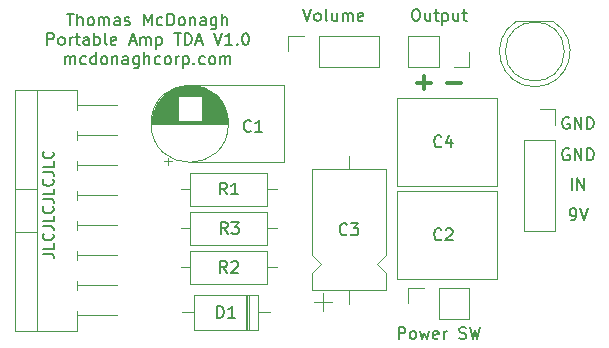
<source format=gbr>
G04 #@! TF.GenerationSoftware,KiCad,Pcbnew,(5.1.7)-1*
G04 #@! TF.CreationDate,2021-05-15T19:47:12-05:00*
G04 #@! TF.ProjectId,PortableAmpTDA,506f7274-6162-46c6-9541-6d705444412e,rev?*
G04 #@! TF.SameCoordinates,Original*
G04 #@! TF.FileFunction,Legend,Top*
G04 #@! TF.FilePolarity,Positive*
%FSLAX46Y46*%
G04 Gerber Fmt 4.6, Leading zero omitted, Abs format (unit mm)*
G04 Created by KiCad (PCBNEW (5.1.7)-1) date 2021-05-15 19:47:12*
%MOMM*%
%LPD*%
G01*
G04 APERTURE LIST*
%ADD10C,0.150000*%
%ADD11C,0.300000*%
%ADD12C,0.120000*%
G04 APERTURE END LIST*
D10*
X122951142Y-79087142D02*
X123594000Y-79087142D01*
X123722571Y-79130000D01*
X123808285Y-79215714D01*
X123851142Y-79344285D01*
X123851142Y-79430000D01*
X123851142Y-78230000D02*
X123851142Y-78658571D01*
X122951142Y-78658571D01*
X123765428Y-77415714D02*
X123808285Y-77458571D01*
X123851142Y-77587142D01*
X123851142Y-77672857D01*
X123808285Y-77801428D01*
X123722571Y-77887142D01*
X123636857Y-77930000D01*
X123465428Y-77972857D01*
X123336857Y-77972857D01*
X123165428Y-77930000D01*
X123079714Y-77887142D01*
X122994000Y-77801428D01*
X122951142Y-77672857D01*
X122951142Y-77587142D01*
X122994000Y-77458571D01*
X123036857Y-77415714D01*
X122951142Y-76772857D02*
X123594000Y-76772857D01*
X123722571Y-76815714D01*
X123808285Y-76901428D01*
X123851142Y-77030000D01*
X123851142Y-77115714D01*
X123851142Y-75915714D02*
X123851142Y-76344285D01*
X122951142Y-76344285D01*
X123765428Y-75101428D02*
X123808285Y-75144285D01*
X123851142Y-75272857D01*
X123851142Y-75358571D01*
X123808285Y-75487142D01*
X123722571Y-75572857D01*
X123636857Y-75615714D01*
X123465428Y-75658571D01*
X123336857Y-75658571D01*
X123165428Y-75615714D01*
X123079714Y-75572857D01*
X122994000Y-75487142D01*
X122951142Y-75358571D01*
X122951142Y-75272857D01*
X122994000Y-75144285D01*
X123036857Y-75101428D01*
X122951142Y-74458571D02*
X123594000Y-74458571D01*
X123722571Y-74501428D01*
X123808285Y-74587142D01*
X123851142Y-74715714D01*
X123851142Y-74801428D01*
X123851142Y-73601428D02*
X123851142Y-74030000D01*
X122951142Y-74030000D01*
X123765428Y-72787142D02*
X123808285Y-72830000D01*
X123851142Y-72958571D01*
X123851142Y-73044285D01*
X123808285Y-73172857D01*
X123722571Y-73258571D01*
X123636857Y-73301428D01*
X123465428Y-73344285D01*
X123336857Y-73344285D01*
X123165428Y-73301428D01*
X123079714Y-73258571D01*
X122994000Y-73172857D01*
X122951142Y-73044285D01*
X122951142Y-72958571D01*
X122994000Y-72830000D01*
X123036857Y-72787142D01*
X122951142Y-72144285D02*
X123594000Y-72144285D01*
X123722571Y-72187142D01*
X123808285Y-72272857D01*
X123851142Y-72401428D01*
X123851142Y-72487142D01*
X123851142Y-71287142D02*
X123851142Y-71715714D01*
X122951142Y-71715714D01*
X123765428Y-70472857D02*
X123808285Y-70515714D01*
X123851142Y-70644285D01*
X123851142Y-70730000D01*
X123808285Y-70858571D01*
X123722571Y-70944285D01*
X123636857Y-70987142D01*
X123465428Y-71030000D01*
X123336857Y-71030000D01*
X123165428Y-70987142D01*
X123079714Y-70944285D01*
X122994000Y-70858571D01*
X122951142Y-70730000D01*
X122951142Y-70644285D01*
X122994000Y-70515714D01*
X123036857Y-70472857D01*
X124968857Y-58762380D02*
X125540285Y-58762380D01*
X125254571Y-59762380D02*
X125254571Y-58762380D01*
X125873619Y-59762380D02*
X125873619Y-58762380D01*
X126302190Y-59762380D02*
X126302190Y-59238571D01*
X126254571Y-59143333D01*
X126159333Y-59095714D01*
X126016476Y-59095714D01*
X125921238Y-59143333D01*
X125873619Y-59190952D01*
X126921238Y-59762380D02*
X126826000Y-59714761D01*
X126778380Y-59667142D01*
X126730761Y-59571904D01*
X126730761Y-59286190D01*
X126778380Y-59190952D01*
X126826000Y-59143333D01*
X126921238Y-59095714D01*
X127064095Y-59095714D01*
X127159333Y-59143333D01*
X127206952Y-59190952D01*
X127254571Y-59286190D01*
X127254571Y-59571904D01*
X127206952Y-59667142D01*
X127159333Y-59714761D01*
X127064095Y-59762380D01*
X126921238Y-59762380D01*
X127683142Y-59762380D02*
X127683142Y-59095714D01*
X127683142Y-59190952D02*
X127730761Y-59143333D01*
X127826000Y-59095714D01*
X127968857Y-59095714D01*
X128064095Y-59143333D01*
X128111714Y-59238571D01*
X128111714Y-59762380D01*
X128111714Y-59238571D02*
X128159333Y-59143333D01*
X128254571Y-59095714D01*
X128397428Y-59095714D01*
X128492666Y-59143333D01*
X128540285Y-59238571D01*
X128540285Y-59762380D01*
X129445047Y-59762380D02*
X129445047Y-59238571D01*
X129397428Y-59143333D01*
X129302190Y-59095714D01*
X129111714Y-59095714D01*
X129016476Y-59143333D01*
X129445047Y-59714761D02*
X129349809Y-59762380D01*
X129111714Y-59762380D01*
X129016476Y-59714761D01*
X128968857Y-59619523D01*
X128968857Y-59524285D01*
X129016476Y-59429047D01*
X129111714Y-59381428D01*
X129349809Y-59381428D01*
X129445047Y-59333809D01*
X129873619Y-59714761D02*
X129968857Y-59762380D01*
X130159333Y-59762380D01*
X130254571Y-59714761D01*
X130302190Y-59619523D01*
X130302190Y-59571904D01*
X130254571Y-59476666D01*
X130159333Y-59429047D01*
X130016476Y-59429047D01*
X129921238Y-59381428D01*
X129873619Y-59286190D01*
X129873619Y-59238571D01*
X129921238Y-59143333D01*
X130016476Y-59095714D01*
X130159333Y-59095714D01*
X130254571Y-59143333D01*
X131492666Y-59762380D02*
X131492666Y-58762380D01*
X131826000Y-59476666D01*
X132159333Y-58762380D01*
X132159333Y-59762380D01*
X133064095Y-59714761D02*
X132968857Y-59762380D01*
X132778380Y-59762380D01*
X132683142Y-59714761D01*
X132635523Y-59667142D01*
X132587904Y-59571904D01*
X132587904Y-59286190D01*
X132635523Y-59190952D01*
X132683142Y-59143333D01*
X132778380Y-59095714D01*
X132968857Y-59095714D01*
X133064095Y-59143333D01*
X133492666Y-59762380D02*
X133492666Y-58762380D01*
X133730761Y-58762380D01*
X133873619Y-58810000D01*
X133968857Y-58905238D01*
X134016476Y-59000476D01*
X134064095Y-59190952D01*
X134064095Y-59333809D01*
X134016476Y-59524285D01*
X133968857Y-59619523D01*
X133873619Y-59714761D01*
X133730761Y-59762380D01*
X133492666Y-59762380D01*
X134635523Y-59762380D02*
X134540285Y-59714761D01*
X134492666Y-59667142D01*
X134445047Y-59571904D01*
X134445047Y-59286190D01*
X134492666Y-59190952D01*
X134540285Y-59143333D01*
X134635523Y-59095714D01*
X134778380Y-59095714D01*
X134873619Y-59143333D01*
X134921238Y-59190952D01*
X134968857Y-59286190D01*
X134968857Y-59571904D01*
X134921238Y-59667142D01*
X134873619Y-59714761D01*
X134778380Y-59762380D01*
X134635523Y-59762380D01*
X135397428Y-59095714D02*
X135397428Y-59762380D01*
X135397428Y-59190952D02*
X135445047Y-59143333D01*
X135540285Y-59095714D01*
X135683142Y-59095714D01*
X135778380Y-59143333D01*
X135826000Y-59238571D01*
X135826000Y-59762380D01*
X136730761Y-59762380D02*
X136730761Y-59238571D01*
X136683142Y-59143333D01*
X136587904Y-59095714D01*
X136397428Y-59095714D01*
X136302190Y-59143333D01*
X136730761Y-59714761D02*
X136635523Y-59762380D01*
X136397428Y-59762380D01*
X136302190Y-59714761D01*
X136254571Y-59619523D01*
X136254571Y-59524285D01*
X136302190Y-59429047D01*
X136397428Y-59381428D01*
X136635523Y-59381428D01*
X136730761Y-59333809D01*
X137635523Y-59095714D02*
X137635523Y-59905238D01*
X137587904Y-60000476D01*
X137540285Y-60048095D01*
X137445047Y-60095714D01*
X137302190Y-60095714D01*
X137206952Y-60048095D01*
X137635523Y-59714761D02*
X137540285Y-59762380D01*
X137349809Y-59762380D01*
X137254571Y-59714761D01*
X137206952Y-59667142D01*
X137159333Y-59571904D01*
X137159333Y-59286190D01*
X137206952Y-59190952D01*
X137254571Y-59143333D01*
X137349809Y-59095714D01*
X137540285Y-59095714D01*
X137635523Y-59143333D01*
X138111714Y-59762380D02*
X138111714Y-58762380D01*
X138540285Y-59762380D02*
X138540285Y-59238571D01*
X138492666Y-59143333D01*
X138397428Y-59095714D01*
X138254571Y-59095714D01*
X138159333Y-59143333D01*
X138111714Y-59190952D01*
X123302190Y-61412380D02*
X123302190Y-60412380D01*
X123683142Y-60412380D01*
X123778380Y-60460000D01*
X123826000Y-60507619D01*
X123873619Y-60602857D01*
X123873619Y-60745714D01*
X123826000Y-60840952D01*
X123778380Y-60888571D01*
X123683142Y-60936190D01*
X123302190Y-60936190D01*
X124445047Y-61412380D02*
X124349809Y-61364761D01*
X124302190Y-61317142D01*
X124254571Y-61221904D01*
X124254571Y-60936190D01*
X124302190Y-60840952D01*
X124349809Y-60793333D01*
X124445047Y-60745714D01*
X124587904Y-60745714D01*
X124683142Y-60793333D01*
X124730761Y-60840952D01*
X124778380Y-60936190D01*
X124778380Y-61221904D01*
X124730761Y-61317142D01*
X124683142Y-61364761D01*
X124587904Y-61412380D01*
X124445047Y-61412380D01*
X125206952Y-61412380D02*
X125206952Y-60745714D01*
X125206952Y-60936190D02*
X125254571Y-60840952D01*
X125302190Y-60793333D01*
X125397428Y-60745714D01*
X125492666Y-60745714D01*
X125683142Y-60745714D02*
X126064095Y-60745714D01*
X125826000Y-60412380D02*
X125826000Y-61269523D01*
X125873619Y-61364761D01*
X125968857Y-61412380D01*
X126064095Y-61412380D01*
X126826000Y-61412380D02*
X126826000Y-60888571D01*
X126778380Y-60793333D01*
X126683142Y-60745714D01*
X126492666Y-60745714D01*
X126397428Y-60793333D01*
X126826000Y-61364761D02*
X126730761Y-61412380D01*
X126492666Y-61412380D01*
X126397428Y-61364761D01*
X126349809Y-61269523D01*
X126349809Y-61174285D01*
X126397428Y-61079047D01*
X126492666Y-61031428D01*
X126730761Y-61031428D01*
X126826000Y-60983809D01*
X127302190Y-61412380D02*
X127302190Y-60412380D01*
X127302190Y-60793333D02*
X127397428Y-60745714D01*
X127587904Y-60745714D01*
X127683142Y-60793333D01*
X127730761Y-60840952D01*
X127778380Y-60936190D01*
X127778380Y-61221904D01*
X127730761Y-61317142D01*
X127683142Y-61364761D01*
X127587904Y-61412380D01*
X127397428Y-61412380D01*
X127302190Y-61364761D01*
X128349809Y-61412380D02*
X128254571Y-61364761D01*
X128206952Y-61269523D01*
X128206952Y-60412380D01*
X129111714Y-61364761D02*
X129016476Y-61412380D01*
X128826000Y-61412380D01*
X128730761Y-61364761D01*
X128683142Y-61269523D01*
X128683142Y-60888571D01*
X128730761Y-60793333D01*
X128826000Y-60745714D01*
X129016476Y-60745714D01*
X129111714Y-60793333D01*
X129159333Y-60888571D01*
X129159333Y-60983809D01*
X128683142Y-61079047D01*
X130302190Y-61126666D02*
X130778380Y-61126666D01*
X130206952Y-61412380D02*
X130540285Y-60412380D01*
X130873619Y-61412380D01*
X131206952Y-61412380D02*
X131206952Y-60745714D01*
X131206952Y-60840952D02*
X131254571Y-60793333D01*
X131349809Y-60745714D01*
X131492666Y-60745714D01*
X131587904Y-60793333D01*
X131635523Y-60888571D01*
X131635523Y-61412380D01*
X131635523Y-60888571D02*
X131683142Y-60793333D01*
X131778380Y-60745714D01*
X131921238Y-60745714D01*
X132016476Y-60793333D01*
X132064095Y-60888571D01*
X132064095Y-61412380D01*
X132540285Y-60745714D02*
X132540285Y-61745714D01*
X132540285Y-60793333D02*
X132635523Y-60745714D01*
X132826000Y-60745714D01*
X132921238Y-60793333D01*
X132968857Y-60840952D01*
X133016476Y-60936190D01*
X133016476Y-61221904D01*
X132968857Y-61317142D01*
X132921238Y-61364761D01*
X132826000Y-61412380D01*
X132635523Y-61412380D01*
X132540285Y-61364761D01*
X134064095Y-60412380D02*
X134635523Y-60412380D01*
X134349809Y-61412380D02*
X134349809Y-60412380D01*
X134968857Y-61412380D02*
X134968857Y-60412380D01*
X135206952Y-60412380D01*
X135349809Y-60460000D01*
X135445047Y-60555238D01*
X135492666Y-60650476D01*
X135540285Y-60840952D01*
X135540285Y-60983809D01*
X135492666Y-61174285D01*
X135445047Y-61269523D01*
X135349809Y-61364761D01*
X135206952Y-61412380D01*
X134968857Y-61412380D01*
X135921238Y-61126666D02*
X136397428Y-61126666D01*
X135826000Y-61412380D02*
X136159333Y-60412380D01*
X136492666Y-61412380D01*
X137445047Y-60412380D02*
X137778380Y-61412380D01*
X138111714Y-60412380D01*
X138968857Y-61412380D02*
X138397428Y-61412380D01*
X138683142Y-61412380D02*
X138683142Y-60412380D01*
X138587904Y-60555238D01*
X138492666Y-60650476D01*
X138397428Y-60698095D01*
X139397428Y-61317142D02*
X139445047Y-61364761D01*
X139397428Y-61412380D01*
X139349809Y-61364761D01*
X139397428Y-61317142D01*
X139397428Y-61412380D01*
X140064095Y-60412380D02*
X140159333Y-60412380D01*
X140254571Y-60460000D01*
X140302190Y-60507619D01*
X140349809Y-60602857D01*
X140397428Y-60793333D01*
X140397428Y-61031428D01*
X140349809Y-61221904D01*
X140302190Y-61317142D01*
X140254571Y-61364761D01*
X140159333Y-61412380D01*
X140064095Y-61412380D01*
X139968857Y-61364761D01*
X139921238Y-61317142D01*
X139873619Y-61221904D01*
X139826000Y-61031428D01*
X139826000Y-60793333D01*
X139873619Y-60602857D01*
X139921238Y-60507619D01*
X139968857Y-60460000D01*
X140064095Y-60412380D01*
X124826000Y-63062380D02*
X124826000Y-62395714D01*
X124826000Y-62490952D02*
X124873619Y-62443333D01*
X124968857Y-62395714D01*
X125111714Y-62395714D01*
X125206952Y-62443333D01*
X125254571Y-62538571D01*
X125254571Y-63062380D01*
X125254571Y-62538571D02*
X125302190Y-62443333D01*
X125397428Y-62395714D01*
X125540285Y-62395714D01*
X125635523Y-62443333D01*
X125683142Y-62538571D01*
X125683142Y-63062380D01*
X126587904Y-63014761D02*
X126492666Y-63062380D01*
X126302190Y-63062380D01*
X126206952Y-63014761D01*
X126159333Y-62967142D01*
X126111714Y-62871904D01*
X126111714Y-62586190D01*
X126159333Y-62490952D01*
X126206952Y-62443333D01*
X126302190Y-62395714D01*
X126492666Y-62395714D01*
X126587904Y-62443333D01*
X127445047Y-63062380D02*
X127445047Y-62062380D01*
X127445047Y-63014761D02*
X127349809Y-63062380D01*
X127159333Y-63062380D01*
X127064095Y-63014761D01*
X127016476Y-62967142D01*
X126968857Y-62871904D01*
X126968857Y-62586190D01*
X127016476Y-62490952D01*
X127064095Y-62443333D01*
X127159333Y-62395714D01*
X127349809Y-62395714D01*
X127445047Y-62443333D01*
X128064095Y-63062380D02*
X127968857Y-63014761D01*
X127921238Y-62967142D01*
X127873619Y-62871904D01*
X127873619Y-62586190D01*
X127921238Y-62490952D01*
X127968857Y-62443333D01*
X128064095Y-62395714D01*
X128206952Y-62395714D01*
X128302190Y-62443333D01*
X128349809Y-62490952D01*
X128397428Y-62586190D01*
X128397428Y-62871904D01*
X128349809Y-62967142D01*
X128302190Y-63014761D01*
X128206952Y-63062380D01*
X128064095Y-63062380D01*
X128826000Y-62395714D02*
X128826000Y-63062380D01*
X128826000Y-62490952D02*
X128873619Y-62443333D01*
X128968857Y-62395714D01*
X129111714Y-62395714D01*
X129206952Y-62443333D01*
X129254571Y-62538571D01*
X129254571Y-63062380D01*
X130159333Y-63062380D02*
X130159333Y-62538571D01*
X130111714Y-62443333D01*
X130016476Y-62395714D01*
X129826000Y-62395714D01*
X129730761Y-62443333D01*
X130159333Y-63014761D02*
X130064095Y-63062380D01*
X129826000Y-63062380D01*
X129730761Y-63014761D01*
X129683142Y-62919523D01*
X129683142Y-62824285D01*
X129730761Y-62729047D01*
X129826000Y-62681428D01*
X130064095Y-62681428D01*
X130159333Y-62633809D01*
X131064095Y-62395714D02*
X131064095Y-63205238D01*
X131016476Y-63300476D01*
X130968857Y-63348095D01*
X130873619Y-63395714D01*
X130730761Y-63395714D01*
X130635523Y-63348095D01*
X131064095Y-63014761D02*
X130968857Y-63062380D01*
X130778380Y-63062380D01*
X130683142Y-63014761D01*
X130635523Y-62967142D01*
X130587904Y-62871904D01*
X130587904Y-62586190D01*
X130635523Y-62490952D01*
X130683142Y-62443333D01*
X130778380Y-62395714D01*
X130968857Y-62395714D01*
X131064095Y-62443333D01*
X131540285Y-63062380D02*
X131540285Y-62062380D01*
X131968857Y-63062380D02*
X131968857Y-62538571D01*
X131921238Y-62443333D01*
X131826000Y-62395714D01*
X131683142Y-62395714D01*
X131587904Y-62443333D01*
X131540285Y-62490952D01*
X132873619Y-63014761D02*
X132778380Y-63062380D01*
X132587904Y-63062380D01*
X132492666Y-63014761D01*
X132445047Y-62967142D01*
X132397428Y-62871904D01*
X132397428Y-62586190D01*
X132445047Y-62490952D01*
X132492666Y-62443333D01*
X132587904Y-62395714D01*
X132778380Y-62395714D01*
X132873619Y-62443333D01*
X133445047Y-63062380D02*
X133349809Y-63014761D01*
X133302190Y-62967142D01*
X133254571Y-62871904D01*
X133254571Y-62586190D01*
X133302190Y-62490952D01*
X133349809Y-62443333D01*
X133445047Y-62395714D01*
X133587904Y-62395714D01*
X133683142Y-62443333D01*
X133730761Y-62490952D01*
X133778380Y-62586190D01*
X133778380Y-62871904D01*
X133730761Y-62967142D01*
X133683142Y-63014761D01*
X133587904Y-63062380D01*
X133445047Y-63062380D01*
X134206952Y-63062380D02*
X134206952Y-62395714D01*
X134206952Y-62586190D02*
X134254571Y-62490952D01*
X134302190Y-62443333D01*
X134397428Y-62395714D01*
X134492666Y-62395714D01*
X134826000Y-62395714D02*
X134826000Y-63395714D01*
X134826000Y-62443333D02*
X134921238Y-62395714D01*
X135111714Y-62395714D01*
X135206952Y-62443333D01*
X135254571Y-62490952D01*
X135302190Y-62586190D01*
X135302190Y-62871904D01*
X135254571Y-62967142D01*
X135206952Y-63014761D01*
X135111714Y-63062380D01*
X134921238Y-63062380D01*
X134826000Y-63014761D01*
X135730761Y-62967142D02*
X135778380Y-63014761D01*
X135730761Y-63062380D01*
X135683142Y-63014761D01*
X135730761Y-62967142D01*
X135730761Y-63062380D01*
X136635523Y-63014761D02*
X136540285Y-63062380D01*
X136349809Y-63062380D01*
X136254571Y-63014761D01*
X136206952Y-62967142D01*
X136159333Y-62871904D01*
X136159333Y-62586190D01*
X136206952Y-62490952D01*
X136254571Y-62443333D01*
X136349809Y-62395714D01*
X136540285Y-62395714D01*
X136635523Y-62443333D01*
X137206952Y-63062380D02*
X137111714Y-63014761D01*
X137064095Y-62967142D01*
X137016476Y-62871904D01*
X137016476Y-62586190D01*
X137064095Y-62490952D01*
X137111714Y-62443333D01*
X137206952Y-62395714D01*
X137349809Y-62395714D01*
X137445047Y-62443333D01*
X137492666Y-62490952D01*
X137540285Y-62586190D01*
X137540285Y-62871904D01*
X137492666Y-62967142D01*
X137445047Y-63014761D01*
X137349809Y-63062380D01*
X137206952Y-63062380D01*
X137968857Y-63062380D02*
X137968857Y-62395714D01*
X137968857Y-62490952D02*
X138016476Y-62443333D01*
X138111714Y-62395714D01*
X138254571Y-62395714D01*
X138349809Y-62443333D01*
X138397428Y-62538571D01*
X138397428Y-63062380D01*
X138397428Y-62538571D02*
X138445047Y-62443333D01*
X138540285Y-62395714D01*
X138683142Y-62395714D01*
X138778380Y-62443333D01*
X138826000Y-62538571D01*
X138826000Y-63062380D01*
X167630952Y-76262380D02*
X167821428Y-76262380D01*
X167916666Y-76214761D01*
X167964285Y-76167142D01*
X168059523Y-76024285D01*
X168107142Y-75833809D01*
X168107142Y-75452857D01*
X168059523Y-75357619D01*
X168011904Y-75310000D01*
X167916666Y-75262380D01*
X167726190Y-75262380D01*
X167630952Y-75310000D01*
X167583333Y-75357619D01*
X167535714Y-75452857D01*
X167535714Y-75690952D01*
X167583333Y-75786190D01*
X167630952Y-75833809D01*
X167726190Y-75881428D01*
X167916666Y-75881428D01*
X168011904Y-75833809D01*
X168059523Y-75786190D01*
X168107142Y-75690952D01*
X168392857Y-75262380D02*
X168726190Y-76262380D01*
X169059523Y-75262380D01*
X167726190Y-73722380D02*
X167726190Y-72722380D01*
X168202380Y-73722380D02*
X168202380Y-72722380D01*
X168773809Y-73722380D01*
X168773809Y-72722380D01*
X167488095Y-70230000D02*
X167392857Y-70182380D01*
X167250000Y-70182380D01*
X167107142Y-70230000D01*
X167011904Y-70325238D01*
X166964285Y-70420476D01*
X166916666Y-70610952D01*
X166916666Y-70753809D01*
X166964285Y-70944285D01*
X167011904Y-71039523D01*
X167107142Y-71134761D01*
X167250000Y-71182380D01*
X167345238Y-71182380D01*
X167488095Y-71134761D01*
X167535714Y-71087142D01*
X167535714Y-70753809D01*
X167345238Y-70753809D01*
X167964285Y-71182380D02*
X167964285Y-70182380D01*
X168535714Y-71182380D01*
X168535714Y-70182380D01*
X169011904Y-71182380D02*
X169011904Y-70182380D01*
X169250000Y-70182380D01*
X169392857Y-70230000D01*
X169488095Y-70325238D01*
X169535714Y-70420476D01*
X169583333Y-70610952D01*
X169583333Y-70753809D01*
X169535714Y-70944285D01*
X169488095Y-71039523D01*
X169392857Y-71134761D01*
X169250000Y-71182380D01*
X169011904Y-71182380D01*
X167488095Y-67572000D02*
X167392857Y-67524380D01*
X167250000Y-67524380D01*
X167107142Y-67572000D01*
X167011904Y-67667238D01*
X166964285Y-67762476D01*
X166916666Y-67952952D01*
X166916666Y-68095809D01*
X166964285Y-68286285D01*
X167011904Y-68381523D01*
X167107142Y-68476761D01*
X167250000Y-68524380D01*
X167345238Y-68524380D01*
X167488095Y-68476761D01*
X167535714Y-68429142D01*
X167535714Y-68095809D01*
X167345238Y-68095809D01*
X167964285Y-68524380D02*
X167964285Y-67524380D01*
X168535714Y-68524380D01*
X168535714Y-67524380D01*
X169011904Y-68524380D02*
X169011904Y-67524380D01*
X169250000Y-67524380D01*
X169392857Y-67572000D01*
X169488095Y-67667238D01*
X169535714Y-67762476D01*
X169583333Y-67952952D01*
X169583333Y-68095809D01*
X169535714Y-68286285D01*
X169488095Y-68381523D01*
X169392857Y-68476761D01*
X169250000Y-68524380D01*
X169011904Y-68524380D01*
X153059238Y-86304380D02*
X153059238Y-85304380D01*
X153440190Y-85304380D01*
X153535428Y-85352000D01*
X153583047Y-85399619D01*
X153630666Y-85494857D01*
X153630666Y-85637714D01*
X153583047Y-85732952D01*
X153535428Y-85780571D01*
X153440190Y-85828190D01*
X153059238Y-85828190D01*
X154202095Y-86304380D02*
X154106857Y-86256761D01*
X154059238Y-86209142D01*
X154011619Y-86113904D01*
X154011619Y-85828190D01*
X154059238Y-85732952D01*
X154106857Y-85685333D01*
X154202095Y-85637714D01*
X154344952Y-85637714D01*
X154440190Y-85685333D01*
X154487809Y-85732952D01*
X154535428Y-85828190D01*
X154535428Y-86113904D01*
X154487809Y-86209142D01*
X154440190Y-86256761D01*
X154344952Y-86304380D01*
X154202095Y-86304380D01*
X154868761Y-85637714D02*
X155059238Y-86304380D01*
X155249714Y-85828190D01*
X155440190Y-86304380D01*
X155630666Y-85637714D01*
X156392571Y-86256761D02*
X156297333Y-86304380D01*
X156106857Y-86304380D01*
X156011619Y-86256761D01*
X155964000Y-86161523D01*
X155964000Y-85780571D01*
X156011619Y-85685333D01*
X156106857Y-85637714D01*
X156297333Y-85637714D01*
X156392571Y-85685333D01*
X156440190Y-85780571D01*
X156440190Y-85875809D01*
X155964000Y-85971047D01*
X156868761Y-86304380D02*
X156868761Y-85637714D01*
X156868761Y-85828190D02*
X156916380Y-85732952D01*
X156964000Y-85685333D01*
X157059238Y-85637714D01*
X157154476Y-85637714D01*
X158202095Y-86256761D02*
X158344952Y-86304380D01*
X158583047Y-86304380D01*
X158678285Y-86256761D01*
X158725904Y-86209142D01*
X158773523Y-86113904D01*
X158773523Y-86018666D01*
X158725904Y-85923428D01*
X158678285Y-85875809D01*
X158583047Y-85828190D01*
X158392571Y-85780571D01*
X158297333Y-85732952D01*
X158249714Y-85685333D01*
X158202095Y-85590095D01*
X158202095Y-85494857D01*
X158249714Y-85399619D01*
X158297333Y-85352000D01*
X158392571Y-85304380D01*
X158630666Y-85304380D01*
X158773523Y-85352000D01*
X159106857Y-85304380D02*
X159344952Y-86304380D01*
X159535428Y-85590095D01*
X159725904Y-86304380D01*
X159964000Y-85304380D01*
D11*
X157162571Y-64607142D02*
X158305428Y-64607142D01*
X154622571Y-64607142D02*
X155765428Y-64607142D01*
X155194000Y-65178571D02*
X155194000Y-64035714D01*
D10*
X144978761Y-58380380D02*
X145312095Y-59380380D01*
X145645428Y-58380380D01*
X146121619Y-59380380D02*
X146026380Y-59332761D01*
X145978761Y-59285142D01*
X145931142Y-59189904D01*
X145931142Y-58904190D01*
X145978761Y-58808952D01*
X146026380Y-58761333D01*
X146121619Y-58713714D01*
X146264476Y-58713714D01*
X146359714Y-58761333D01*
X146407333Y-58808952D01*
X146454952Y-58904190D01*
X146454952Y-59189904D01*
X146407333Y-59285142D01*
X146359714Y-59332761D01*
X146264476Y-59380380D01*
X146121619Y-59380380D01*
X147026380Y-59380380D02*
X146931142Y-59332761D01*
X146883523Y-59237523D01*
X146883523Y-58380380D01*
X147835904Y-58713714D02*
X147835904Y-59380380D01*
X147407333Y-58713714D02*
X147407333Y-59237523D01*
X147454952Y-59332761D01*
X147550190Y-59380380D01*
X147693047Y-59380380D01*
X147788285Y-59332761D01*
X147835904Y-59285142D01*
X148312095Y-59380380D02*
X148312095Y-58713714D01*
X148312095Y-58808952D02*
X148359714Y-58761333D01*
X148454952Y-58713714D01*
X148597809Y-58713714D01*
X148693047Y-58761333D01*
X148740666Y-58856571D01*
X148740666Y-59380380D01*
X148740666Y-58856571D02*
X148788285Y-58761333D01*
X148883523Y-58713714D01*
X149026380Y-58713714D01*
X149121619Y-58761333D01*
X149169238Y-58856571D01*
X149169238Y-59380380D01*
X150026380Y-59332761D02*
X149931142Y-59380380D01*
X149740666Y-59380380D01*
X149645428Y-59332761D01*
X149597809Y-59237523D01*
X149597809Y-58856571D01*
X149645428Y-58761333D01*
X149740666Y-58713714D01*
X149931142Y-58713714D01*
X150026380Y-58761333D01*
X150074000Y-58856571D01*
X150074000Y-58951809D01*
X149597809Y-59047047D01*
X154440190Y-58380380D02*
X154630666Y-58380380D01*
X154725904Y-58428000D01*
X154821142Y-58523238D01*
X154868761Y-58713714D01*
X154868761Y-59047047D01*
X154821142Y-59237523D01*
X154725904Y-59332761D01*
X154630666Y-59380380D01*
X154440190Y-59380380D01*
X154344952Y-59332761D01*
X154249714Y-59237523D01*
X154202095Y-59047047D01*
X154202095Y-58713714D01*
X154249714Y-58523238D01*
X154344952Y-58428000D01*
X154440190Y-58380380D01*
X155725904Y-58713714D02*
X155725904Y-59380380D01*
X155297333Y-58713714D02*
X155297333Y-59237523D01*
X155344952Y-59332761D01*
X155440190Y-59380380D01*
X155583047Y-59380380D01*
X155678285Y-59332761D01*
X155725904Y-59285142D01*
X156059238Y-58713714D02*
X156440190Y-58713714D01*
X156202095Y-58380380D02*
X156202095Y-59237523D01*
X156249714Y-59332761D01*
X156344952Y-59380380D01*
X156440190Y-59380380D01*
X156773523Y-58713714D02*
X156773523Y-59713714D01*
X156773523Y-58761333D02*
X156868761Y-58713714D01*
X157059238Y-58713714D01*
X157154476Y-58761333D01*
X157202095Y-58808952D01*
X157249714Y-58904190D01*
X157249714Y-59189904D01*
X157202095Y-59285142D01*
X157154476Y-59332761D01*
X157059238Y-59380380D01*
X156868761Y-59380380D01*
X156773523Y-59332761D01*
X158106857Y-58713714D02*
X158106857Y-59380380D01*
X157678285Y-58713714D02*
X157678285Y-59237523D01*
X157725904Y-59332761D01*
X157821142Y-59380380D01*
X157964000Y-59380380D01*
X158059238Y-59332761D01*
X158106857Y-59285142D01*
X158440190Y-58713714D02*
X158821142Y-58713714D01*
X158583047Y-58380380D02*
X158583047Y-59237523D01*
X158630666Y-59332761D01*
X158725904Y-59380380D01*
X158821142Y-59380380D01*
D12*
G04 #@! TO.C,C1*
X138652000Y-68092000D02*
G75*
G03*
X138652000Y-68092000I-3270000J0D01*
G01*
X132152000Y-68092000D02*
X138612000Y-68092000D01*
X132152000Y-68052000D02*
X138612000Y-68052000D01*
X132152000Y-68012000D02*
X138612000Y-68012000D01*
X132154000Y-67972000D02*
X138610000Y-67972000D01*
X132155000Y-67932000D02*
X138609000Y-67932000D01*
X132158000Y-67892000D02*
X138606000Y-67892000D01*
X132160000Y-67852000D02*
X134342000Y-67852000D01*
X136422000Y-67852000D02*
X138604000Y-67852000D01*
X132164000Y-67812000D02*
X134342000Y-67812000D01*
X136422000Y-67812000D02*
X138600000Y-67812000D01*
X132167000Y-67772000D02*
X134342000Y-67772000D01*
X136422000Y-67772000D02*
X138597000Y-67772000D01*
X132171000Y-67732000D02*
X134342000Y-67732000D01*
X136422000Y-67732000D02*
X138593000Y-67732000D01*
X132176000Y-67692000D02*
X134342000Y-67692000D01*
X136422000Y-67692000D02*
X138588000Y-67692000D01*
X132181000Y-67652000D02*
X134342000Y-67652000D01*
X136422000Y-67652000D02*
X138583000Y-67652000D01*
X132187000Y-67612000D02*
X134342000Y-67612000D01*
X136422000Y-67612000D02*
X138577000Y-67612000D01*
X132193000Y-67572000D02*
X134342000Y-67572000D01*
X136422000Y-67572000D02*
X138571000Y-67572000D01*
X132200000Y-67532000D02*
X134342000Y-67532000D01*
X136422000Y-67532000D02*
X138564000Y-67532000D01*
X132207000Y-67492000D02*
X134342000Y-67492000D01*
X136422000Y-67492000D02*
X138557000Y-67492000D01*
X132215000Y-67452000D02*
X134342000Y-67452000D01*
X136422000Y-67452000D02*
X138549000Y-67452000D01*
X132223000Y-67412000D02*
X134342000Y-67412000D01*
X136422000Y-67412000D02*
X138541000Y-67412000D01*
X132232000Y-67371000D02*
X134342000Y-67371000D01*
X136422000Y-67371000D02*
X138532000Y-67371000D01*
X132241000Y-67331000D02*
X134342000Y-67331000D01*
X136422000Y-67331000D02*
X138523000Y-67331000D01*
X132251000Y-67291000D02*
X134342000Y-67291000D01*
X136422000Y-67291000D02*
X138513000Y-67291000D01*
X132261000Y-67251000D02*
X134342000Y-67251000D01*
X136422000Y-67251000D02*
X138503000Y-67251000D01*
X132272000Y-67211000D02*
X134342000Y-67211000D01*
X136422000Y-67211000D02*
X138492000Y-67211000D01*
X132284000Y-67171000D02*
X134342000Y-67171000D01*
X136422000Y-67171000D02*
X138480000Y-67171000D01*
X132296000Y-67131000D02*
X134342000Y-67131000D01*
X136422000Y-67131000D02*
X138468000Y-67131000D01*
X132308000Y-67091000D02*
X134342000Y-67091000D01*
X136422000Y-67091000D02*
X138456000Y-67091000D01*
X132321000Y-67051000D02*
X134342000Y-67051000D01*
X136422000Y-67051000D02*
X138443000Y-67051000D01*
X132335000Y-67011000D02*
X134342000Y-67011000D01*
X136422000Y-67011000D02*
X138429000Y-67011000D01*
X132349000Y-66971000D02*
X134342000Y-66971000D01*
X136422000Y-66971000D02*
X138415000Y-66971000D01*
X132364000Y-66931000D02*
X134342000Y-66931000D01*
X136422000Y-66931000D02*
X138400000Y-66931000D01*
X132380000Y-66891000D02*
X134342000Y-66891000D01*
X136422000Y-66891000D02*
X138384000Y-66891000D01*
X132396000Y-66851000D02*
X134342000Y-66851000D01*
X136422000Y-66851000D02*
X138368000Y-66851000D01*
X132412000Y-66811000D02*
X134342000Y-66811000D01*
X136422000Y-66811000D02*
X138352000Y-66811000D01*
X132430000Y-66771000D02*
X134342000Y-66771000D01*
X136422000Y-66771000D02*
X138334000Y-66771000D01*
X132448000Y-66731000D02*
X134342000Y-66731000D01*
X136422000Y-66731000D02*
X138316000Y-66731000D01*
X132466000Y-66691000D02*
X134342000Y-66691000D01*
X136422000Y-66691000D02*
X138298000Y-66691000D01*
X132486000Y-66651000D02*
X134342000Y-66651000D01*
X136422000Y-66651000D02*
X138278000Y-66651000D01*
X132506000Y-66611000D02*
X134342000Y-66611000D01*
X136422000Y-66611000D02*
X138258000Y-66611000D01*
X132526000Y-66571000D02*
X134342000Y-66571000D01*
X136422000Y-66571000D02*
X138238000Y-66571000D01*
X132548000Y-66531000D02*
X134342000Y-66531000D01*
X136422000Y-66531000D02*
X138216000Y-66531000D01*
X132570000Y-66491000D02*
X134342000Y-66491000D01*
X136422000Y-66491000D02*
X138194000Y-66491000D01*
X132592000Y-66451000D02*
X134342000Y-66451000D01*
X136422000Y-66451000D02*
X138172000Y-66451000D01*
X132616000Y-66411000D02*
X134342000Y-66411000D01*
X136422000Y-66411000D02*
X138148000Y-66411000D01*
X132640000Y-66371000D02*
X134342000Y-66371000D01*
X136422000Y-66371000D02*
X138124000Y-66371000D01*
X132666000Y-66331000D02*
X134342000Y-66331000D01*
X136422000Y-66331000D02*
X138098000Y-66331000D01*
X132692000Y-66291000D02*
X134342000Y-66291000D01*
X136422000Y-66291000D02*
X138072000Y-66291000D01*
X132718000Y-66251000D02*
X134342000Y-66251000D01*
X136422000Y-66251000D02*
X138046000Y-66251000D01*
X132746000Y-66211000D02*
X134342000Y-66211000D01*
X136422000Y-66211000D02*
X138018000Y-66211000D01*
X132775000Y-66171000D02*
X134342000Y-66171000D01*
X136422000Y-66171000D02*
X137989000Y-66171000D01*
X132804000Y-66131000D02*
X134342000Y-66131000D01*
X136422000Y-66131000D02*
X137960000Y-66131000D01*
X132834000Y-66091000D02*
X134342000Y-66091000D01*
X136422000Y-66091000D02*
X137930000Y-66091000D01*
X132866000Y-66051000D02*
X134342000Y-66051000D01*
X136422000Y-66051000D02*
X137898000Y-66051000D01*
X132898000Y-66011000D02*
X134342000Y-66011000D01*
X136422000Y-66011000D02*
X137866000Y-66011000D01*
X132932000Y-65971000D02*
X134342000Y-65971000D01*
X136422000Y-65971000D02*
X137832000Y-65971000D01*
X132966000Y-65931000D02*
X134342000Y-65931000D01*
X136422000Y-65931000D02*
X137798000Y-65931000D01*
X133002000Y-65891000D02*
X134342000Y-65891000D01*
X136422000Y-65891000D02*
X137762000Y-65891000D01*
X133039000Y-65851000D02*
X134342000Y-65851000D01*
X136422000Y-65851000D02*
X137725000Y-65851000D01*
X133077000Y-65811000D02*
X134342000Y-65811000D01*
X136422000Y-65811000D02*
X137687000Y-65811000D01*
X133117000Y-65771000D02*
X137647000Y-65771000D01*
X133158000Y-65731000D02*
X137606000Y-65731000D01*
X133200000Y-65691000D02*
X137564000Y-65691000D01*
X133245000Y-65651000D02*
X137519000Y-65651000D01*
X133290000Y-65611000D02*
X137474000Y-65611000D01*
X133338000Y-65571000D02*
X137426000Y-65571000D01*
X133387000Y-65531000D02*
X137377000Y-65531000D01*
X133438000Y-65491000D02*
X137326000Y-65491000D01*
X133492000Y-65451000D02*
X137272000Y-65451000D01*
X133548000Y-65411000D02*
X137216000Y-65411000D01*
X133606000Y-65371000D02*
X137158000Y-65371000D01*
X133668000Y-65331000D02*
X137096000Y-65331000D01*
X133732000Y-65291000D02*
X137032000Y-65291000D01*
X133801000Y-65251000D02*
X136963000Y-65251000D01*
X133873000Y-65211000D02*
X136891000Y-65211000D01*
X133950000Y-65171000D02*
X136814000Y-65171000D01*
X134032000Y-65131000D02*
X136732000Y-65131000D01*
X134120000Y-65091000D02*
X136644000Y-65091000D01*
X134217000Y-65051000D02*
X136547000Y-65051000D01*
X134323000Y-65011000D02*
X136441000Y-65011000D01*
X134442000Y-64971000D02*
X136322000Y-64971000D01*
X134580000Y-64931000D02*
X136184000Y-64931000D01*
X134749000Y-64891000D02*
X136015000Y-64891000D01*
X134980000Y-64851000D02*
X135784000Y-64851000D01*
X133543000Y-71592241D02*
X133543000Y-70962241D01*
X133228000Y-71277241D02*
X133858000Y-71277241D01*
X135382000Y-64822000D02*
X143382000Y-64822000D01*
X143382000Y-71362000D02*
X135382000Y-71362000D01*
X143382000Y-71362000D02*
X143382000Y-64808100D01*
G04 #@! TO.C,C2*
X152935000Y-73790000D02*
X161425000Y-73790000D01*
X152935000Y-81230000D02*
X161425000Y-81230000D01*
X161425000Y-81230000D02*
X161425000Y-73790000D01*
X152935000Y-81230000D02*
X152935000Y-73790000D01*
G04 #@! TO.C,C3*
X146644000Y-83952000D02*
X146644000Y-82452000D01*
X145894000Y-83202000D02*
X147394000Y-83202000D01*
X145724000Y-82202000D02*
X151964000Y-82202000D01*
X145724000Y-71962000D02*
X151964000Y-71962000D01*
X145724000Y-82202000D02*
X145724000Y-80702000D01*
X145724000Y-80702000D02*
X146474000Y-79952000D01*
X146474000Y-79952000D02*
X145724000Y-79202000D01*
X145724000Y-79202000D02*
X145724000Y-71962000D01*
X151964000Y-82202000D02*
X151964000Y-80702000D01*
X151964000Y-80702000D02*
X151214000Y-79952000D01*
X151214000Y-79952000D02*
X151964000Y-79202000D01*
X151964000Y-79202000D02*
X151964000Y-71962000D01*
X148844000Y-83342000D02*
X148844000Y-82202000D01*
X148844000Y-70822000D02*
X148844000Y-71962000D01*
G04 #@! TO.C,C4*
X152935000Y-73356000D02*
X152935000Y-65916000D01*
X161425000Y-73356000D02*
X161425000Y-65916000D01*
X152935000Y-73356000D02*
X161425000Y-73356000D01*
X152935000Y-65916000D02*
X161425000Y-65916000D01*
G04 #@! TO.C,D1*
X141150000Y-85544000D02*
X141150000Y-82604000D01*
X141150000Y-82604000D02*
X135710000Y-82604000D01*
X135710000Y-82604000D02*
X135710000Y-85544000D01*
X135710000Y-85544000D02*
X141150000Y-85544000D01*
X142170000Y-84074000D02*
X141150000Y-84074000D01*
X134690000Y-84074000D02*
X135710000Y-84074000D01*
X140250000Y-85544000D02*
X140250000Y-82604000D01*
X140130000Y-85544000D02*
X140130000Y-82604000D01*
X140370000Y-85544000D02*
X140370000Y-82604000D01*
G04 #@! TO.C,D2*
X167092000Y-61976000D02*
G75*
G03*
X167092000Y-61976000I-2500000J0D01*
G01*
X166137000Y-59416000D02*
X163047000Y-59416000D01*
X164591538Y-64966000D02*
G75*
G03*
X166136830Y-59416000I462J2990000D01*
G01*
X164592462Y-64966000D02*
G75*
G02*
X163047170Y-59416000I-462J2990000D01*
G01*
G04 #@! TO.C,J1*
X159064000Y-62000000D02*
X159064000Y-63330000D01*
X159064000Y-63330000D02*
X157734000Y-63330000D01*
X156464000Y-63330000D02*
X153864000Y-63330000D01*
X153864000Y-60670000D02*
X153864000Y-63330000D01*
X156464000Y-60670000D02*
X153864000Y-60670000D01*
X156464000Y-60670000D02*
X156464000Y-63330000D01*
G04 #@! TO.C,J2*
X163670000Y-69460000D02*
X166330000Y-69460000D01*
X163670000Y-69460000D02*
X163670000Y-77140000D01*
X163670000Y-77140000D02*
X166330000Y-77140000D01*
X166330000Y-69460000D02*
X166330000Y-77140000D01*
X166330000Y-66860000D02*
X166330000Y-68190000D01*
X165000000Y-66860000D02*
X166330000Y-66860000D01*
G04 #@! TO.C,R1*
X135414000Y-72290000D02*
X135414000Y-75030000D01*
X135414000Y-75030000D02*
X141954000Y-75030000D01*
X141954000Y-75030000D02*
X141954000Y-72290000D01*
X141954000Y-72290000D02*
X135414000Y-72290000D01*
X134644000Y-73660000D02*
X135414000Y-73660000D01*
X142724000Y-73660000D02*
X141954000Y-73660000D01*
G04 #@! TO.C,R2*
X142724000Y-80264000D02*
X141954000Y-80264000D01*
X134644000Y-80264000D02*
X135414000Y-80264000D01*
X141954000Y-78894000D02*
X135414000Y-78894000D01*
X141954000Y-81634000D02*
X141954000Y-78894000D01*
X135414000Y-81634000D02*
X141954000Y-81634000D01*
X135414000Y-78894000D02*
X135414000Y-81634000D01*
G04 #@! TO.C,R3*
X141954000Y-78332000D02*
X141954000Y-75592000D01*
X141954000Y-75592000D02*
X135414000Y-75592000D01*
X135414000Y-75592000D02*
X135414000Y-78332000D01*
X135414000Y-78332000D02*
X141954000Y-78332000D01*
X142724000Y-76962000D02*
X141954000Y-76962000D01*
X134644000Y-76962000D02*
X135414000Y-76962000D01*
G04 #@! TO.C,RV1*
X146304000Y-63306000D02*
X146304000Y-60646000D01*
X146304000Y-63306000D02*
X151444000Y-63306000D01*
X151444000Y-63306000D02*
X151444000Y-60646000D01*
X146304000Y-60646000D02*
X151444000Y-60646000D01*
X143704000Y-60646000D02*
X145034000Y-60646000D01*
X143704000Y-61976000D02*
X143704000Y-60646000D01*
G04 #@! TO.C,SW1*
X156464000Y-84642000D02*
X156464000Y-81982000D01*
X156464000Y-84642000D02*
X159064000Y-84642000D01*
X159064000Y-84642000D02*
X159064000Y-81982000D01*
X156464000Y-81982000D02*
X159064000Y-81982000D01*
X153864000Y-81982000D02*
X155194000Y-81982000D01*
X153864000Y-83312000D02*
X153864000Y-81982000D01*
G04 #@! TO.C,U1*
X120602000Y-85658000D02*
X120602000Y-65218000D01*
X125843000Y-85658000D02*
X125843000Y-83982000D01*
X125843000Y-82133000D02*
X125843000Y-81442000D01*
X125843000Y-79593000D02*
X125843000Y-78902000D01*
X125843000Y-77053000D02*
X125843000Y-76362000D01*
X125843000Y-74513000D02*
X125843000Y-73822000D01*
X125843000Y-71973000D02*
X125843000Y-71282000D01*
X125843000Y-69433000D02*
X125843000Y-68742000D01*
X125843000Y-66893000D02*
X125843000Y-65218000D01*
X120602000Y-85658000D02*
X125843000Y-85658000D01*
X120602000Y-65218000D02*
X125843000Y-65218000D01*
X122442000Y-85658000D02*
X122442000Y-65218000D01*
X120602000Y-77287000D02*
X122442000Y-77287000D01*
X120602000Y-73588000D02*
X122442000Y-73588000D01*
X125843000Y-84328000D02*
X129252000Y-84328000D01*
X125843000Y-81788000D02*
X129237000Y-81788000D01*
X125843000Y-79248000D02*
X129237000Y-79248000D01*
X125843000Y-76708000D02*
X129237000Y-76708000D01*
X125843000Y-74168000D02*
X129237000Y-74168000D01*
X125843000Y-71628000D02*
X129237000Y-71628000D01*
X125843000Y-69088000D02*
X129237000Y-69088000D01*
X125843000Y-66548000D02*
X129237000Y-66548000D01*
G04 #@! TO.C,C1*
D10*
X140549333Y-68683142D02*
X140501714Y-68730761D01*
X140358857Y-68778380D01*
X140263619Y-68778380D01*
X140120761Y-68730761D01*
X140025523Y-68635523D01*
X139977904Y-68540285D01*
X139930285Y-68349809D01*
X139930285Y-68206952D01*
X139977904Y-68016476D01*
X140025523Y-67921238D01*
X140120761Y-67826000D01*
X140263619Y-67778380D01*
X140358857Y-67778380D01*
X140501714Y-67826000D01*
X140549333Y-67873619D01*
X141501714Y-68778380D02*
X140930285Y-68778380D01*
X141216000Y-68778380D02*
X141216000Y-67778380D01*
X141120761Y-67921238D01*
X141025523Y-68016476D01*
X140930285Y-68064095D01*
G04 #@! TO.C,C2*
X156678333Y-77867142D02*
X156630714Y-77914761D01*
X156487857Y-77962380D01*
X156392619Y-77962380D01*
X156249761Y-77914761D01*
X156154523Y-77819523D01*
X156106904Y-77724285D01*
X156059285Y-77533809D01*
X156059285Y-77390952D01*
X156106904Y-77200476D01*
X156154523Y-77105238D01*
X156249761Y-77010000D01*
X156392619Y-76962380D01*
X156487857Y-76962380D01*
X156630714Y-77010000D01*
X156678333Y-77057619D01*
X157059285Y-77057619D02*
X157106904Y-77010000D01*
X157202142Y-76962380D01*
X157440238Y-76962380D01*
X157535476Y-77010000D01*
X157583095Y-77057619D01*
X157630714Y-77152857D01*
X157630714Y-77248095D01*
X157583095Y-77390952D01*
X157011666Y-77962380D01*
X157630714Y-77962380D01*
G04 #@! TO.C,C3*
X148677333Y-77439142D02*
X148629714Y-77486761D01*
X148486857Y-77534380D01*
X148391619Y-77534380D01*
X148248761Y-77486761D01*
X148153523Y-77391523D01*
X148105904Y-77296285D01*
X148058285Y-77105809D01*
X148058285Y-76962952D01*
X148105904Y-76772476D01*
X148153523Y-76677238D01*
X148248761Y-76582000D01*
X148391619Y-76534380D01*
X148486857Y-76534380D01*
X148629714Y-76582000D01*
X148677333Y-76629619D01*
X149010666Y-76534380D02*
X149629714Y-76534380D01*
X149296380Y-76915333D01*
X149439238Y-76915333D01*
X149534476Y-76962952D01*
X149582095Y-77010571D01*
X149629714Y-77105809D01*
X149629714Y-77343904D01*
X149582095Y-77439142D01*
X149534476Y-77486761D01*
X149439238Y-77534380D01*
X149153523Y-77534380D01*
X149058285Y-77486761D01*
X149010666Y-77439142D01*
G04 #@! TO.C,C4*
X156678333Y-69993142D02*
X156630714Y-70040761D01*
X156487857Y-70088380D01*
X156392619Y-70088380D01*
X156249761Y-70040761D01*
X156154523Y-69945523D01*
X156106904Y-69850285D01*
X156059285Y-69659809D01*
X156059285Y-69516952D01*
X156106904Y-69326476D01*
X156154523Y-69231238D01*
X156249761Y-69136000D01*
X156392619Y-69088380D01*
X156487857Y-69088380D01*
X156630714Y-69136000D01*
X156678333Y-69183619D01*
X157535476Y-69421714D02*
X157535476Y-70088380D01*
X157297380Y-69040761D02*
X157059285Y-69755047D01*
X157678333Y-69755047D01*
G04 #@! TO.C,D1*
X137691904Y-84526380D02*
X137691904Y-83526380D01*
X137930000Y-83526380D01*
X138072857Y-83574000D01*
X138168095Y-83669238D01*
X138215714Y-83764476D01*
X138263333Y-83954952D01*
X138263333Y-84097809D01*
X138215714Y-84288285D01*
X138168095Y-84383523D01*
X138072857Y-84478761D01*
X137930000Y-84526380D01*
X137691904Y-84526380D01*
X139215714Y-84526380D02*
X138644285Y-84526380D01*
X138930000Y-84526380D02*
X138930000Y-83526380D01*
X138834761Y-83669238D01*
X138739523Y-83764476D01*
X138644285Y-83812095D01*
G04 #@! TO.C,R1*
X138517333Y-74079379D02*
X138184000Y-73603189D01*
X137945904Y-74079379D02*
X137945904Y-73079379D01*
X138326857Y-73079379D01*
X138422095Y-73126999D01*
X138469714Y-73174618D01*
X138517333Y-73269856D01*
X138517333Y-73412713D01*
X138469714Y-73507951D01*
X138422095Y-73555570D01*
X138326857Y-73603189D01*
X137945904Y-73603189D01*
X139469714Y-74079379D02*
X138898285Y-74079379D01*
X139184000Y-74079379D02*
X139184000Y-73079379D01*
X139088761Y-73222237D01*
X138993523Y-73317475D01*
X138898285Y-73365094D01*
G04 #@! TO.C,R2*
X138517333Y-80716380D02*
X138184000Y-80240190D01*
X137945904Y-80716380D02*
X137945904Y-79716380D01*
X138326857Y-79716380D01*
X138422095Y-79764000D01*
X138469714Y-79811619D01*
X138517333Y-79906857D01*
X138517333Y-80049714D01*
X138469714Y-80144952D01*
X138422095Y-80192571D01*
X138326857Y-80240190D01*
X137945904Y-80240190D01*
X138898285Y-79811619D02*
X138945904Y-79764000D01*
X139041142Y-79716380D01*
X139279238Y-79716380D01*
X139374476Y-79764000D01*
X139422095Y-79811619D01*
X139469714Y-79906857D01*
X139469714Y-80002095D01*
X139422095Y-80144952D01*
X138850666Y-80716380D01*
X139469714Y-80716380D01*
G04 #@! TO.C,R3*
X138576334Y-77433381D02*
X138243001Y-76957191D01*
X138004905Y-77433381D02*
X138004905Y-76433381D01*
X138385858Y-76433381D01*
X138481096Y-76481001D01*
X138528715Y-76528620D01*
X138576334Y-76623858D01*
X138576334Y-76766715D01*
X138528715Y-76861953D01*
X138481096Y-76909572D01*
X138385858Y-76957191D01*
X138004905Y-76957191D01*
X138909667Y-76433381D02*
X139528715Y-76433381D01*
X139195381Y-76814334D01*
X139338239Y-76814334D01*
X139433477Y-76861953D01*
X139481096Y-76909572D01*
X139528715Y-77004810D01*
X139528715Y-77242905D01*
X139481096Y-77338143D01*
X139433477Y-77385762D01*
X139338239Y-77433381D01*
X139052524Y-77433381D01*
X138957286Y-77385762D01*
X138909667Y-77338143D01*
G04 #@! TD*
M02*

</source>
